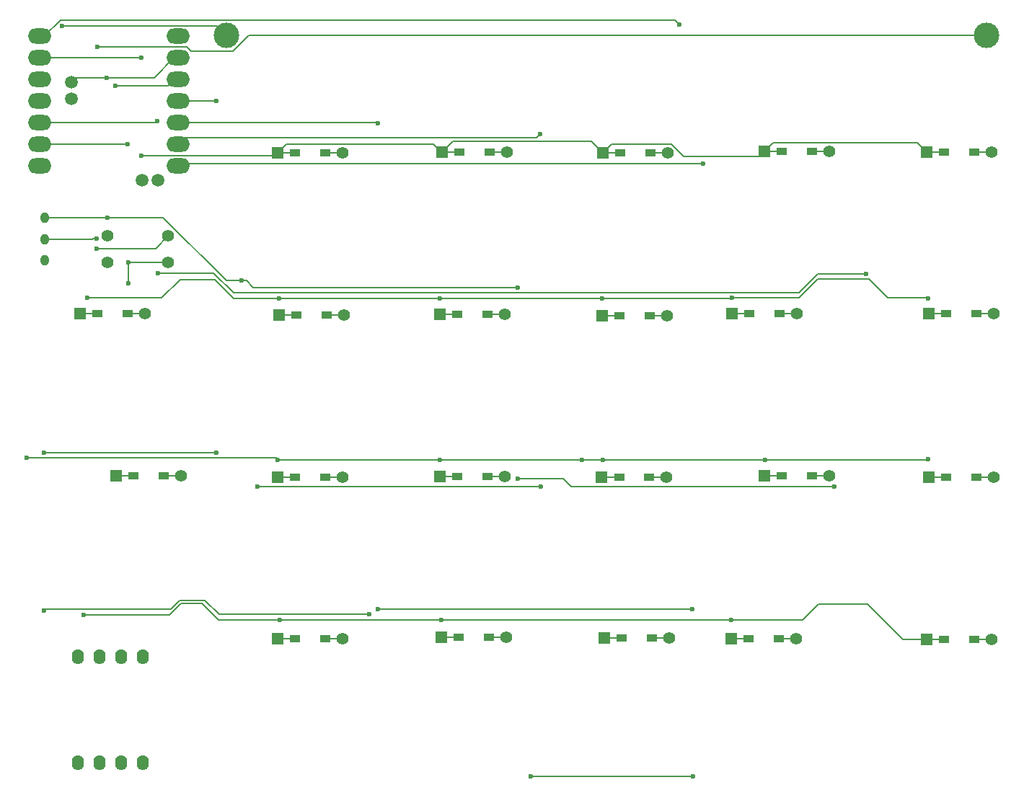
<source format=gbr>
%TF.GenerationSoftware,KiCad,Pcbnew,8.0.7*%
%TF.CreationDate,2025-02-20T17:21:25+09:00*%
%TF.ProjectId,cool642az1uball_R,636f6f6c-3634-4326-917a-317562616c6c,rev?*%
%TF.SameCoordinates,Original*%
%TF.FileFunction,Copper,L1,Top*%
%TF.FilePolarity,Positive*%
%FSLAX46Y46*%
G04 Gerber Fmt 4.6, Leading zero omitted, Abs format (unit mm)*
G04 Created by KiCad (PCBNEW 8.0.7) date 2025-02-20 17:21:25*
%MOMM*%
%LPD*%
G01*
G04 APERTURE LIST*
%TA.AperFunction,ComponentPad*%
%ADD10R,1.397000X1.397000*%
%TD*%
%TA.AperFunction,SMDPad,CuDef*%
%ADD11R,1.300000X0.950000*%
%TD*%
%TA.AperFunction,ComponentPad*%
%ADD12C,1.397000*%
%TD*%
%TA.AperFunction,ComponentPad*%
%ADD13O,1.397000X1.778000*%
%TD*%
%TA.AperFunction,ComponentPad*%
%ADD14O,1.000000X1.300000*%
%TD*%
%TA.AperFunction,ComponentPad*%
%ADD15C,3.000000*%
%TD*%
%TA.AperFunction,ComponentPad*%
%ADD16O,2.750000X1.800000*%
%TD*%
%TA.AperFunction,ComponentPad*%
%ADD17C,1.500000*%
%TD*%
%TA.AperFunction,ViaPad*%
%ADD18C,0.600000*%
%TD*%
%TA.AperFunction,Conductor*%
%ADD19C,0.200000*%
%TD*%
G04 APERTURE END LIST*
D10*
%TO.P,D7,1,K*%
%TO.N,Row2*%
X19340000Y-30010000D03*
D11*
X21375000Y-30010000D03*
%TO.P,D7,2,A*%
%TO.N,Net-(D7-A)*%
X24925000Y-30010000D03*
D12*
X26960000Y-30010000D03*
%TD*%
D13*
%TO.P,OL1,1,SDA*%
%TO.N,SDIO*%
X-23180000Y-51200000D03*
X-23180000Y-63646000D03*
%TO.P,OL1,2,SCL*%
%TO.N,SCLK*%
X-20640000Y-51200000D03*
X-20640000Y-63646000D03*
%TO.P,OL1,3,VCC*%
%TO.N,3.3V*%
X-18100000Y-51200000D03*
X-18100000Y-63646000D03*
%TO.P,OL1,4,GND*%
%TO.N,GND*%
X-15560000Y-51200000D03*
X-15560000Y-63646000D03*
%TD*%
D10*
%TO.P,D11,1,K*%
%TO.N,Row2*%
X38370000Y-30100000D03*
D11*
X40405000Y-30100000D03*
%TO.P,D11,2,A*%
%TO.N,Net-(D11-A)*%
X43955000Y-30100000D03*
D12*
X45990000Y-30100000D03*
%TD*%
D10*
%TO.P,D20,1,K*%
%TO.N,Row3*%
X76510000Y-49200000D03*
D11*
X78545000Y-49200000D03*
%TO.P,D20,2,A*%
%TO.N,Net-(D20-A)*%
X82095000Y-49200000D03*
D12*
X84130000Y-49200000D03*
%TD*%
D10*
%TO.P,D13,1,K*%
%TO.N,Row0*%
X57500000Y8140000D03*
D11*
X59535000Y8140000D03*
%TO.P,D13,2,A*%
%TO.N,Net-(D13-A)*%
X63085000Y8140000D03*
D12*
X65120000Y8140000D03*
%TD*%
D14*
%TO.P,SW21,1,A*%
%TO.N,unconnected-(SW21-A-Pad1)*%
X-27070000Y-4670000D03*
%TO.P,SW21,2,B*%
%TO.N,Net-(BT1--)*%
X-27070000Y-2170000D03*
%TO.P,SW21,3,C*%
%TO.N,GND*%
X-27070000Y330000D03*
%TD*%
D10*
%TO.P,D15,1,K*%
%TO.N,Row2*%
X57500000Y-29950000D03*
D11*
X59535000Y-29950000D03*
%TO.P,D15,2,A*%
%TO.N,Net-(D15-A)*%
X63085000Y-29950000D03*
D12*
X65120000Y-29950000D03*
%TD*%
D10*
%TO.P,D1,1,K*%
%TO.N,Row0*%
X350000Y8000000D03*
D11*
X2385000Y8000000D03*
%TO.P,D1,2,A*%
%TO.N,Net-(D1-A)*%
X5935000Y8000000D03*
D12*
X7970000Y8000000D03*
%TD*%
D10*
%TO.P,D9,1,K*%
%TO.N,Row0*%
X38490000Y8000000D03*
D11*
X40525000Y8000000D03*
%TO.P,D9,2,A*%
%TO.N,Net-(D9-A)*%
X44075000Y8000000D03*
D12*
X46110000Y8000000D03*
%TD*%
D10*
%TO.P,D17,1,K*%
%TO.N,Row0*%
X76480000Y8060000D03*
D11*
X78515000Y8060000D03*
%TO.P,D17,2,A*%
%TO.N,Net-(D17-A)*%
X82065000Y8060000D03*
D12*
X84100000Y8060000D03*
%TD*%
D10*
%TO.P,D4,1,K*%
%TO.N,Row3*%
X-22850000Y-10950000D03*
D11*
X-20815000Y-10950000D03*
%TO.P,D4,2,A*%
%TO.N,Net-(D4-A)*%
X-17265000Y-10950000D03*
D12*
X-15230000Y-10950000D03*
%TD*%
%TO.P,R1,1*%
%TO.N,3.3V*%
X-19632000Y-1788480D03*
%TO.P,R1,2*%
%TO.N,SDIO*%
X-12520000Y-1788480D03*
%TD*%
D10*
%TO.P,D16,1,K*%
%TO.N,Row3*%
X19570000Y-48970000D03*
D11*
X21605000Y-48970000D03*
%TO.P,D16,2,A*%
%TO.N,Net-(D16-A)*%
X25155000Y-48970000D03*
D12*
X27190000Y-48970000D03*
%TD*%
D10*
%TO.P,D21,1,K*%
%TO.N,Row2*%
X38660000Y-49030000D03*
D11*
X40695000Y-49030000D03*
%TO.P,D21,2,A*%
%TO.N,Net-(D21-A)*%
X44245000Y-49030000D03*
D12*
X46280000Y-49030000D03*
%TD*%
D10*
%TO.P,D3,1,K*%
%TO.N,Row2*%
X295000Y-30130000D03*
D11*
X2330000Y-30130000D03*
%TO.P,D3,2,A*%
%TO.N,Net-(D3-A)*%
X5880000Y-30130000D03*
D12*
X7915000Y-30130000D03*
%TD*%
D10*
%TO.P,D19,1,K*%
%TO.N,Row2*%
X76740000Y-30110000D03*
D11*
X78775000Y-30110000D03*
%TO.P,D19,2,A*%
%TO.N,Net-(D19-A)*%
X82325000Y-30110000D03*
D12*
X84360000Y-30110000D03*
%TD*%
D10*
%TO.P,D10,1,K*%
%TO.N,Row1*%
X38430000Y-11150000D03*
D11*
X40465000Y-11150000D03*
%TO.P,D10,2,A*%
%TO.N,Net-(D10-A)*%
X44015000Y-11150000D03*
D12*
X46050000Y-11150000D03*
%TD*%
%TO.P,R2,1*%
%TO.N,3.3V*%
X-19632000Y-4940000D03*
%TO.P,R2,2*%
%TO.N,SCLK*%
X-12520000Y-4940000D03*
%TD*%
D10*
%TO.P,D22,1,K*%
%TO.N,Row3*%
X53590000Y-49060000D03*
D11*
X55625000Y-49060000D03*
%TO.P,D22,2,A*%
%TO.N,Net-(D22-A)*%
X59175000Y-49060000D03*
D12*
X61210000Y-49060000D03*
%TD*%
D10*
%TO.P,D2,1,K*%
%TO.N,Row1*%
X500000Y-11080000D03*
D11*
X2535000Y-11080000D03*
%TO.P,D2,2,A*%
%TO.N,Net-(D2-A)*%
X6085000Y-11080000D03*
D12*
X8120000Y-11080000D03*
%TD*%
D10*
%TO.P,D6,1,K*%
%TO.N,Row1*%
X19340000Y-10980000D03*
D11*
X21375000Y-10980000D03*
%TO.P,D6,2,A*%
%TO.N,Net-(D6-A)*%
X24925000Y-10980000D03*
D12*
X26960000Y-10980000D03*
%TD*%
D10*
%TO.P,D8,1,K*%
%TO.N,Row3*%
X-18680000Y-29980000D03*
D11*
X-16645000Y-29980000D03*
%TO.P,D8,2,A*%
%TO.N,Net-(D8-A)*%
X-13095000Y-29980000D03*
D12*
X-11060000Y-29980000D03*
%TD*%
D15*
%TO.P,BT1,1,+*%
%TO.N,Bat*%
X-5730000Y21730000D03*
%TO.P,BT1,2,-*%
%TO.N,Net-(BT1--)*%
X83540000Y21770000D03*
%TD*%
D10*
%TO.P,D14,1,K*%
%TO.N,Row1*%
X53680000Y-10930000D03*
D11*
X55715000Y-10930000D03*
%TO.P,D14,2,A*%
%TO.N,Net-(D14-A)*%
X59265000Y-10930000D03*
D12*
X61300000Y-10930000D03*
%TD*%
D10*
%TO.P,D12,1,K*%
%TO.N,Row3*%
X300000Y-49060000D03*
D11*
X2335000Y-49060000D03*
%TO.P,D12,2,A*%
%TO.N,Net-(D12-A)*%
X5885000Y-49060000D03*
D12*
X7920000Y-49060000D03*
%TD*%
D10*
%TO.P,D5,1,K*%
%TO.N,Row0*%
X19600000Y8040000D03*
D11*
X21635000Y8040000D03*
%TO.P,D5,2,A*%
%TO.N,Net-(D5-A)*%
X25185000Y8040000D03*
D12*
X27220000Y8040000D03*
%TD*%
D10*
%TO.P,D18,1,K*%
%TO.N,Row1*%
X76730000Y-10920000D03*
D11*
X78765000Y-10920000D03*
%TO.P,D18,2,A*%
%TO.N,Net-(D18-A)*%
X82315000Y-10920000D03*
D12*
X84350000Y-10920000D03*
%TD*%
D16*
%TO.P,U1,1,P0.02_A0_D0*%
%TO.N,Col5*%
X-27590000Y21650000D03*
%TO.P,U1,2,P0.03_A1_D1*%
%TO.N,Row0*%
X-27590000Y19110000D03*
%TO.P,U1,3,P0.28_A2_D2*%
%TO.N,Row1*%
X-27590000Y16570000D03*
%TO.P,U1,4,P0.29_A3_D3*%
%TO.N,Row2*%
X-27590000Y14030000D03*
%TO.P,U1,5,P0.04_A4_D4_SDA*%
%TO.N,SDIO*%
X-27590000Y11490000D03*
%TO.P,U1,6,P0.05_A5_D5_SCL*%
%TO.N,SCLK*%
X-27590000Y8950000D03*
%TO.P,U1,7,P1.11_D6_TX*%
%TO.N,Row3*%
X-27590000Y6410000D03*
%TO.P,U1,8,P1.12_D7_RX*%
%TO.N,Col3*%
X-11350000Y6410000D03*
%TO.P,U1,9,P1.13_D8_SCK*%
%TO.N,Col2*%
X-11350000Y8950000D03*
%TO.P,U1,10,P1.14_D9_MISO*%
%TO.N,Col1*%
X-11350000Y11490000D03*
%TO.P,U1,11,P1.15_D10_MOSI*%
%TO.N,Col0*%
X-11350000Y14030000D03*
%TO.P,U1,12,3V3*%
%TO.N,3.3V*%
X-11350000Y16570000D03*
%TO.P,U1,13,GND*%
%TO.N,GND*%
X-11350000Y19110000D03*
%TO.P,U1,14,5V*%
%TO.N,VCC*%
X-11350000Y21650000D03*
D17*
%TO.P,U1,15,NFC1_0.09*%
%TO.N,unconnected-(U1-NFC1_0.09-Pad15)*%
X-15634600Y4718000D03*
%TO.P,U1,16,NFC2_0.10*%
%TO.N,Col4*%
X-13755000Y4718000D03*
%TO.P,U1,20,BATT+*%
%TO.N,Bat*%
X-23915000Y14347000D03*
%TO.P,U1,21,BATT-*%
%TO.N,GND*%
X-23915000Y16252000D03*
%TD*%
D18*
%TO.N,Col3*%
X12120000Y-45640000D03*
%TO.N,Row3*%
X19550000Y-46930000D03*
%TO.N,Col5*%
X49090000Y-65280000D03*
X30000000Y-65230000D03*
%TO.N,SDIO*%
X-20970000Y-3260000D03*
%TO.N,SCLK*%
X-17190000Y-7370000D03*
%TO.N,GND*%
X-3900000Y-7060000D03*
%TO.N,SCLK*%
X-17260000Y8970000D03*
X-17170000Y-4940000D03*
%TO.N,SDIO*%
X-13830000Y11660000D03*
%TO.N,3.3V*%
X-18760000Y15860000D03*
%TO.N,Col5*%
X47490000Y23010000D03*
%TO.N,Col2*%
X-2030000Y-31240000D03*
%TO.N,Row2*%
X36030000Y-28070000D03*
%TO.N,Row3*%
X53580000Y-46930000D03*
%TO.N,Bat*%
X-25040000Y22850000D03*
%TO.N,Row0*%
X-15660000Y19160000D03*
X-15660000Y7650000D03*
%TO.N,Row1*%
X76650000Y-9160000D03*
X53670000Y-9040000D03*
X510000Y-9100000D03*
X-22060000Y-9070000D03*
X38450000Y-9100000D03*
X19340000Y-9100000D03*
%TO.N,Row2*%
X340000Y-28070000D03*
X38470000Y-28070000D03*
X19360000Y-28070000D03*
X76720000Y-28030000D03*
X57530000Y-28070000D03*
X-29120000Y-27840000D03*
%TO.N,Row3*%
X560000Y-46930000D03*
X-22450000Y-46340000D03*
%TO.N,GND*%
X65680000Y-31230000D03*
X28480000Y-7840000D03*
X-19710000Y16800000D03*
X-19700000Y330000D03*
X28470000Y-30300000D03*
%TO.N,Col0*%
X-6860000Y14050000D03*
X-27130000Y-27240000D03*
X-6900000Y-27240000D03*
%TO.N,Col1*%
X-27100000Y-45810000D03*
X11050000Y-46230000D03*
X12110000Y11420000D03*
%TO.N,Col2*%
X31200000Y-31240000D03*
X31160000Y10190000D03*
%TO.N,Col3*%
X49020000Y-45640000D03*
X50250000Y6670000D03*
%TO.N,Col4*%
X69430000Y-6240000D03*
X-13750000Y-6160000D03*
%TO.N,Net-(BT1--)*%
X-20910000Y-2100000D03*
X-20880000Y20410000D03*
%TD*%
D19*
%TO.N,Col3*%
X11990000Y-45640000D02*
X12120000Y-45640000D01*
X12120000Y-45640000D02*
X49020000Y-45640000D01*
%TO.N,Row3*%
X560000Y-46930000D02*
X19550000Y-46930000D01*
X19550000Y-46930000D02*
X53580000Y-46930000D01*
%TO.N,Col5*%
X49040000Y-65230000D02*
X49090000Y-65280000D01*
X30000000Y-65230000D02*
X49040000Y-65230000D01*
%TO.N,SDIO*%
X-13991520Y-3260000D02*
X-12520000Y-1788480D01*
X-20970000Y-3260000D02*
X-13991520Y-3260000D01*
%TO.N,SCLK*%
X-17190000Y-7370000D02*
X-17190000Y-6950000D01*
X-17190000Y-6950000D02*
X-17170000Y-6930000D01*
X-17170000Y-6930000D02*
X-17170000Y-4940000D01*
%TO.N,GND*%
X-5724314Y-7060000D02*
X-3900000Y-7060000D01*
X-3900000Y-7060000D02*
X-3330000Y-7060000D01*
X-19700000Y330000D02*
X-13114314Y330000D01*
X-2550000Y-7840000D02*
X28480000Y-7840000D01*
X-13114314Y330000D02*
X-5724314Y-7060000D01*
X-3330000Y-7060000D02*
X-2550000Y-7840000D01*
%TO.N,SCLK*%
X-27090000Y8950000D02*
X-17280000Y8950000D01*
X-17170000Y-4940000D02*
X-12520000Y-4940000D01*
X-17280000Y8950000D02*
X-17260000Y8970000D01*
%TO.N,SDIO*%
X-14000000Y11490000D02*
X-13830000Y11660000D01*
X-27090000Y11490000D02*
X-14000000Y11490000D01*
%TO.N,3.3V*%
X-12560000Y15860000D02*
X-18760000Y15860000D01*
X-11850000Y16570000D02*
X-12560000Y15860000D01*
%TO.N,Col5*%
X-25210000Y23530000D02*
X-27090000Y21650000D01*
X46970000Y23530000D02*
X-25210000Y23530000D01*
X47490000Y23010000D02*
X46970000Y23530000D01*
%TO.N,Net-(D16-A)*%
X27190000Y-48970000D02*
X25155000Y-48970000D01*
%TO.N,Row3*%
X19570000Y-48970000D02*
X21605000Y-48970000D01*
%TO.N,Net-(D12-A)*%
X7920000Y-49060000D02*
X5885000Y-49060000D01*
%TO.N,Row3*%
X300000Y-49060000D02*
X2335000Y-49060000D01*
%TO.N,Col2*%
X31200000Y-31240000D02*
X-2030000Y-31240000D01*
%TO.N,Row2*%
X36030000Y-28070000D02*
X38470000Y-28070000D01*
X19360000Y-28070000D02*
X36030000Y-28070000D01*
%TO.N,Row3*%
X53580000Y-46930000D02*
X61932321Y-46930000D01*
%TO.N,Net-(D21-A)*%
X46280000Y-49030000D02*
X44245000Y-49030000D01*
%TO.N,Row2*%
X38660000Y-49030000D02*
X40695000Y-49030000D01*
%TO.N,Net-(D22-A)*%
X61210000Y-49060000D02*
X59175000Y-49060000D01*
%TO.N,Row3*%
X53590000Y-49060000D02*
X55625000Y-49060000D01*
%TO.N,Bat*%
X-5730000Y21730000D02*
X-6850000Y22850000D01*
X-6850000Y22850000D02*
X-25040000Y22850000D01*
%TO.N,Net-(D1-A)*%
X7970000Y8000000D02*
X5935000Y8000000D01*
%TO.N,Row0*%
X20920000Y9360000D02*
X19600000Y8040000D01*
X48002093Y7520000D02*
X46523593Y8998500D01*
X0Y7650000D02*
X350000Y8000000D01*
X39488500Y8998500D02*
X38490000Y8000000D01*
X76480000Y8060000D02*
X78515000Y8060000D01*
X37130000Y9360000D02*
X20920000Y9360000D01*
X57500000Y8140000D02*
X59535000Y8140000D01*
X1350000Y9000000D02*
X18640000Y9000000D01*
X350000Y8000000D02*
X2385000Y8000000D01*
X38490000Y8000000D02*
X40525000Y8000000D01*
X-27090000Y19110000D02*
X-15710000Y19110000D01*
X56880000Y7520000D02*
X48002093Y7520000D01*
X-15710000Y19110000D02*
X-15660000Y19160000D01*
X18640000Y9000000D02*
X19600000Y8040000D01*
X76480000Y8060000D02*
X75401500Y9138500D01*
X75401500Y9138500D02*
X58498500Y9138500D01*
X350000Y8000000D02*
X1350000Y9000000D01*
X19600000Y8040000D02*
X21635000Y8040000D01*
X-15660000Y7650000D02*
X0Y7650000D01*
X57500000Y8140000D02*
X56880000Y7520000D01*
X46523593Y8998500D02*
X39488500Y8998500D01*
X38490000Y8000000D02*
X37130000Y9360000D01*
X58498500Y9138500D02*
X57500000Y8140000D01*
%TO.N,Net-(D2-A)*%
X8120000Y-11080000D02*
X6085000Y-11080000D01*
%TO.N,Row1*%
X19340000Y-10980000D02*
X21375000Y-10980000D01*
X-13297679Y-9070000D02*
X-11150000Y-6922321D01*
X-7070000Y-6922321D02*
X-4892321Y-9100000D01*
X19340000Y-9100000D02*
X38450000Y-9100000D01*
X-4892321Y-9100000D02*
X510000Y-9100000D01*
X69760000Y-6862321D02*
X63710000Y-6862321D01*
X76570000Y-9080000D02*
X71977679Y-9080000D01*
X53680000Y-10930000D02*
X55715000Y-10930000D01*
X510000Y-9100000D02*
X19340000Y-9100000D01*
X2535000Y-11080000D02*
X500000Y-11080000D01*
X61532321Y-9040000D02*
X63710000Y-6862321D01*
X71977679Y-9080000D02*
X69760000Y-6862321D01*
X76730000Y-10920000D02*
X78765000Y-10920000D01*
X-11150000Y-6922321D02*
X-7070000Y-6922321D01*
X76650000Y-9160000D02*
X76570000Y-9080000D01*
X-22060000Y-9070000D02*
X-13297679Y-9070000D01*
X38430000Y-11150000D02*
X40465000Y-11150000D01*
X53670000Y-9040000D02*
X61532321Y-9040000D01*
X53610000Y-9100000D02*
X53670000Y-9040000D01*
X38450000Y-9100000D02*
X53610000Y-9100000D01*
%TO.N,Net-(D3-A)*%
X7915000Y-30130000D02*
X5880000Y-30130000D01*
%TO.N,Row2*%
X76740000Y-30110000D02*
X78775000Y-30110000D01*
X38370000Y-30100000D02*
X40405000Y-30100000D01*
X76680000Y-28070000D02*
X76720000Y-28030000D01*
X57530000Y-28070000D02*
X76680000Y-28070000D01*
X38470000Y-28070000D02*
X57530000Y-28070000D01*
X-29120000Y-27840000D02*
X110000Y-27840000D01*
X19340000Y-30010000D02*
X21375000Y-30010000D01*
X57500000Y-29950000D02*
X59535000Y-29950000D01*
X295000Y-30130000D02*
X2330000Y-30130000D01*
X110000Y-27840000D02*
X340000Y-28070000D01*
X340000Y-28070000D02*
X19360000Y-28070000D01*
%TO.N,Net-(D4-A)*%
X-15230000Y-10950000D02*
X-17265000Y-10950000D01*
%TO.N,Row3*%
X560000Y-46930000D02*
X-6644004Y-46930000D01*
X-22850000Y-10950000D02*
X-20815000Y-10950000D01*
X76510000Y-49200000D02*
X78545000Y-49200000D01*
X-8581683Y-44992321D02*
X-11002321Y-44992321D01*
X-11002321Y-44992321D02*
X-12350000Y-46340000D01*
X-18680000Y-29980000D02*
X-16645000Y-29980000D01*
X-12350000Y-46340000D02*
X-22450000Y-46340000D01*
X63800000Y-45062321D02*
X69580000Y-45062321D01*
X61932321Y-46930000D02*
X63800000Y-45062321D01*
X76510000Y-49200000D02*
X73717679Y-49200000D01*
X73717679Y-49200000D02*
X69580000Y-45062321D01*
X-6644004Y-46930000D02*
X-8581683Y-44992321D01*
%TO.N,Net-(D5-A)*%
X27220000Y8040000D02*
X25185000Y8040000D01*
%TO.N,Net-(D6-A)*%
X26960000Y-10980000D02*
X24925000Y-10980000D01*
%TO.N,Net-(D7-A)*%
X26960000Y-30010000D02*
X24925000Y-30010000D01*
%TO.N,Net-(D8-A)*%
X-11060000Y-29980000D02*
X-13095000Y-29980000D01*
%TO.N,Net-(D9-A)*%
X46110000Y8000000D02*
X44075000Y8000000D01*
%TO.N,Net-(D10-A)*%
X46050000Y-11150000D02*
X44015000Y-11150000D01*
%TO.N,Net-(D11-A)*%
X45990000Y-30100000D02*
X43955000Y-30100000D01*
%TO.N,Net-(D13-A)*%
X65120000Y8140000D02*
X63085000Y8140000D01*
%TO.N,Net-(D14-A)*%
X61300000Y-10930000D02*
X59265000Y-10930000D01*
%TO.N,Net-(D15-A)*%
X65120000Y-29950000D02*
X63085000Y-29950000D01*
%TO.N,Net-(D17-A)*%
X84100000Y8060000D02*
X82065000Y8060000D01*
%TO.N,Net-(D18-A)*%
X84350000Y-10920000D02*
X82315000Y-10920000D01*
%TO.N,GND*%
X65680000Y-31230000D02*
X34770000Y-31230000D01*
X-19710000Y16800000D02*
X-19640000Y16800000D01*
X33840000Y-30300000D02*
X28470000Y-30300000D01*
X-27070000Y330000D02*
X-19700000Y330000D01*
X-14160000Y16800000D02*
X-11850000Y19110000D01*
X-19640000Y16800000D02*
X-14160000Y16800000D01*
X-23915000Y16252000D02*
X-23367000Y16800000D01*
X34770000Y-31230000D02*
X33840000Y-30300000D01*
X-23367000Y16800000D02*
X-19710000Y16800000D01*
%TO.N,Net-(D19-A)*%
X84360000Y-30110000D02*
X82325000Y-30110000D01*
%TO.N,Col0*%
X-27130000Y-27240000D02*
X-6900000Y-27240000D01*
X-11850000Y14030000D02*
X-6880000Y14030000D01*
X-6880000Y14030000D02*
X-6860000Y14050000D01*
%TO.N,Col1*%
X-8237679Y-44592321D02*
X-11202321Y-44592321D01*
X-11202321Y-44592321D02*
X-12210000Y-45600000D01*
X-12210000Y-45600000D02*
X-26890000Y-45600000D01*
X-11850000Y11490000D02*
X12040000Y11490000D01*
X11020000Y-46260000D02*
X-6570000Y-46260000D01*
X-26890000Y-45600000D02*
X-27100000Y-45810000D01*
X11050000Y-46230000D02*
X11020000Y-46260000D01*
X12040000Y11490000D02*
X12110000Y11420000D01*
X-6570000Y-46260000D02*
X-8237679Y-44592321D01*
%TO.N,Col2*%
X-11040000Y9760000D02*
X30730000Y9760000D01*
X30730000Y9760000D02*
X31160000Y10190000D01*
X-11850000Y8950000D02*
X-11040000Y9760000D01*
%TO.N,Col3*%
X50240000Y6680000D02*
X50250000Y6670000D01*
X11980000Y-45630000D02*
X11990000Y-45640000D01*
X-11580000Y6680000D02*
X50240000Y6680000D01*
X-11850000Y6410000D02*
X-11580000Y6680000D01*
%TO.N,Col4*%
X63766635Y-6240000D02*
X69430000Y-6240000D01*
X-4850000Y-8500000D02*
X-4790000Y-8440000D01*
X-7190000Y-6160000D02*
X-4850000Y-8500000D01*
X-4790000Y-8440000D02*
X61566635Y-8440000D01*
X-13750000Y-6160000D02*
X-7190000Y-6160000D01*
X61566635Y-8440000D02*
X63766635Y-6240000D01*
%TO.N,Net-(D20-A)*%
X84130000Y-49200000D02*
X82095000Y-49200000D01*
%TO.N,Net-(BT1--)*%
X-21410000Y-2100000D02*
X-21480000Y-2170000D01*
X-20910000Y-2100000D02*
X-21410000Y-2100000D01*
X-3070000Y21770000D02*
X-4910000Y19930000D01*
X-9857944Y19930000D02*
X-10337944Y20410000D01*
X-4910000Y19930000D02*
X-9857944Y19930000D01*
X-10337944Y20410000D02*
X-20880000Y20410000D01*
X83540000Y21770000D02*
X-3070000Y21770000D01*
X82040000Y21770000D02*
X83540000Y21770000D01*
X-21480000Y-2170000D02*
X-27070000Y-2170000D01*
%TO.N,Col5*%
X-27090000Y21650000D02*
X-25170000Y23570000D01*
%TD*%
M02*

</source>
